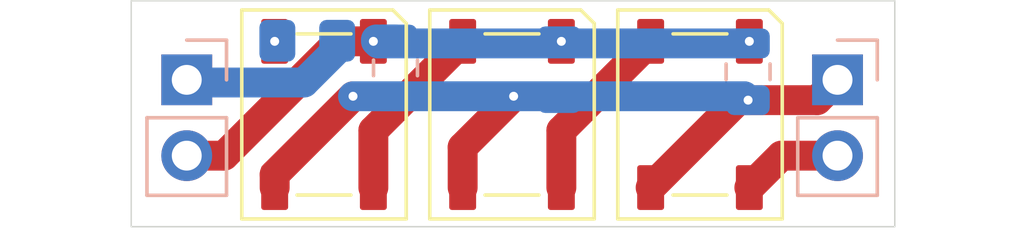
<source format=kicad_pcb>
(kicad_pcb (version 20240108) (generator "pcbnew") (generator_version "8.0")
  (layers (0 "F.Cu" signal) (31 "B.Cu" signal) (34 "B.Paste" user) (35 "F.Paste" user) (36 "B.SilkS" user "B.Silkscreen") (37 "F.SilkS" user "F.Silkscreen") (38 "B.Mask" user) (39 "F.Mask" user) (44 "Edge.Cuts" user))
  (net 0 "")
  (net 1 "GND")
  (net 2 "+3.3V")
  (net 3 "Net-(D1-DOUT)")
  (net 4 "Net-(D1-DIN)")
  (net 5 "Net-(D2-DOUT)")
  (net 6 "/DATA_OUT")
  (net 7 "/DATA_IN")
  (footprint "LED_SMD:LED_WS2812B_PLCC4_5.0x5.0mm_P3.2mm" (layer "F.Cu") (at 74.83 104.61 90)
    (property "Reference" "D1" (hide yes))
    (property "Value" "WS2812B")
    (fp_line (start -3.5 -2.75) (end 3.5 -2.75) (stroke (width 0.12)) (layer "F.SilkS"))
    (fp_line (start -3.5 -2.75) (end -3.5 2.75) (stroke (width 0.12)) (layer "F.SilkS"))
    (fp_line (start 2.7 0.9) (end 2.7 -0.9) (stroke (width 0.12)) (layer "F.SilkS"))
    (fp_line (start -2.7 0.9) (end -2.7 -0.9) (stroke (width 0.12)) (layer "F.SilkS"))
    (fp_line (start 3.5 2.3) (end 3.5 -2.75) (stroke (width 0.12)) (layer "F.SilkS"))
    (fp_line (start 3.05 2.75) (end 3.5 2.3) (stroke (width 0.12)) (layer "F.SilkS"))
    (fp_line (start -3.5 2.75) (end 3.05 2.75) (stroke (width 0.12)) (layer "F.SilkS"))
    (pad "1" smd roundrect (at -2.45 -1.65 90) (size 1.5 0.9) (layers "F.Cu" "F.Paste" "F.Mask") (roundrect_rratio 0.1) (net 2 "+3.3V"))
    (pad "2" smd roundrect (at -2.45 1.65 90) (size 1.5 0.9) (layers "F.Cu" "F.Paste" "F.Mask") (roundrect_rratio 0.1) (net 3 "Net-(D1-DOUT)"))
    (pad "3" smd roundrect (at 2.45 1.65 90) (size 1.5 0.9) (layers "F.Cu" "F.Paste" "F.Mask") (roundrect_rratio 0.1) (net 1 "GND"))
    (pad "4" smd roundrect (at 2.45 -1.65 90) (size 1.5 0.9) (layers "F.Cu" "F.Paste" "F.Mask") (roundrect_rratio 0.1) (net 4 "Net-(D1-DIN)"))
  )
  (footprint "LED_SMD:LED_WS2812B_PLCC4_5.0x5.0mm_P3.2mm" (layer "F.Cu") (at 81.115714 104.61 90)
    (property "Reference" "D2" (hide yes))
    (property "Value" "WS2812B")
    (fp_line (start -3.5 -2.75) (end 3.5 -2.75) (stroke (width 0.12)) (layer "F.SilkS"))
    (fp_line (start -3.5 -2.75) (end -3.5 2.75) (stroke (width 0.12)) (layer "F.SilkS"))
    (fp_line (start 2.7 0.9) (end 2.7 -0.9) (stroke (width 0.12)) (layer "F.SilkS"))
    (fp_line (start -2.7 0.9) (end -2.7 -0.9) (stroke (width 0.12)) (layer "F.SilkS"))
    (fp_line (start 3.5 2.3) (end 3.5 -2.75) (stroke (width 0.12)) (layer "F.SilkS"))
    (fp_line (start 3.05 2.75) (end 3.5 2.3) (stroke (width 0.12)) (layer "F.SilkS"))
    (fp_line (start -3.5 2.75) (end 3.05 2.75) (stroke (width 0.12)) (layer "F.SilkS"))
    (pad "1" smd roundrect (at -2.45 -1.65 90) (size 1.5 0.9) (layers "F.Cu" "F.Paste" "F.Mask") (roundrect_rratio 0.1) (net 2 "+3.3V"))
    (pad "2" smd roundrect (at -2.45 1.65 90) (size 1.5 0.9) (layers "F.Cu" "F.Paste" "F.Mask") (roundrect_rratio 0.1) (net 5 "Net-(D2-DOUT)"))
    (pad "3" smd roundrect (at 2.45 1.65 90) (size 1.5 0.9) (layers "F.Cu" "F.Paste" "F.Mask") (roundrect_rratio 0.1) (net 1 "GND"))
    (pad "4" smd roundrect (at 2.45 -1.65 90) (size 1.5 0.9) (layers "F.Cu" "F.Paste" "F.Mask") (roundrect_rratio 0.1) (net 3 "Net-(D1-DOUT)"))
  )
  (footprint "LED_SMD:LED_WS2812B_PLCC4_5.0x5.0mm_P3.2mm" (layer "F.Cu") (at 87.401428 104.61 90)
    (property "Reference" "D3" (hide yes))
    (property "Value" "WS2812B")
    (fp_line (start -3.5 -2.75) (end 3.5 -2.75) (stroke (width 0.12)) (layer "F.SilkS"))
    (fp_line (start -3.5 -2.75) (end -3.5 2.75) (stroke (width 0.12)) (layer "F.SilkS"))
    (fp_line (start 2.7 0.9) (end 2.7 -0.9) (stroke (width 0.12)) (layer "F.SilkS"))
    (fp_line (start -2.7 0.9) (end -2.7 -0.9) (stroke (width 0.12)) (layer "F.SilkS"))
    (fp_line (start 3.5 2.3) (end 3.5 -2.75) (stroke (width 0.12)) (layer "F.SilkS"))
    (fp_line (start 3.05 2.75) (end 3.5 2.3) (stroke (width 0.12)) (layer "F.SilkS"))
    (fp_line (start -3.5 2.75) (end 3.05 2.75) (stroke (width 0.12)) (layer "F.SilkS"))
    (pad "1" smd roundrect (at -2.45 -1.65 90) (size 1.5 0.9) (layers "F.Cu" "F.Paste" "F.Mask") (roundrect_rratio 0.1) (net 2 "+3.3V"))
    (pad "2" smd roundrect (at -2.45 1.65 90) (size 1.5 0.9) (layers "F.Cu" "F.Paste" "F.Mask") (roundrect_rratio 0.1) (net 6 "/DATA_OUT"))
    (pad "3" smd roundrect (at 2.45 1.65 90) (size 1.5 0.9) (layers "F.Cu" "F.Paste" "F.Mask") (roundrect_rratio 0.1) (net 1 "GND"))
    (pad "4" smd roundrect (at 2.45 -1.65 90) (size 1.5 0.9) (layers "F.Cu" "F.Paste" "F.Mask") (roundrect_rratio 0.1) (net 5 "Net-(D2-DOUT)"))
  )
  (footprint "Capacitor_SMD:C_0805_2012Metric" (layer "B.Cu") (at 89.01 103.18 90)
    (property "Reference" "C3" (hide yes))
    (property "Value" "0.1uF")
    (fp_line (start 0.261252 -0.735) (end -0.261252 -0.735) (stroke (width 0.12)) (layer "B.SilkS"))
    (fp_line (start 0.261252 0.735) (end -0.261252 0.735) (stroke (width 0.12)) (layer "B.SilkS"))
    (pad "1" smd roundrect (at -0.95 0 90) (size 1 1.45) (layers "B.Cu" "B.Paste" "B.Mask") (net 2 "+3.3V"))
    (pad "2" smd roundrect (at 0.95 0 90) (size 1 1.45) (layers "B.Cu" "B.Paste" "B.Mask") (net 1 "GND"))
  )
  (footprint "Connector_PinHeader_2.54mm:PinHeader_1x02_P2.54mm_Vertical" (layer "B.Cu") (at 70.24 103.45 180)
    (property "Reference" "J1" (hide yes))
    (property "Value" "Conn_01x02_Pin")
    (fp_line (start 1.33 -1.27) (end -1.33 -1.27) (stroke (width 0.12)) (layer "B.SilkS"))
    (fp_line (start 1.33 -3.87) (end 1.33 -1.27) (stroke (width 0.12)) (layer "B.SilkS"))
    (fp_line (start 1.33 -3.87) (end -1.33 -3.87) (stroke (width 0.12)) (layer "B.SilkS"))
    (fp_line (start 0 1.33) (end -1.33 1.33) (stroke (width 0.12)) (layer "B.SilkS"))
    (fp_line (start -1.33 1.33) (end -1.33 0) (stroke (width 0.12)) (layer "B.SilkS"))
    (fp_line (start -1.33 -3.87) (end -1.33 -1.27) (stroke (width 0.12)) (layer "B.SilkS"))
    (pad "1" thru_hole rect (at 0 0 180) (size 1.7 1.7) (drill 1) (layers "*.Cu" "*.Mask") (net 7 "/DATA_IN"))
    (pad "2" thru_hole oval (at 0 -2.54 180) (size 1.7 1.7) (drill 1) (layers "*.Cu" "*.Mask") (net 1 "GND"))
  )
  (footprint "Capacitor_SMD:C_0805_2012Metric" (layer "B.Cu") (at 82.7 103.11 90)
    (property "Reference" "C2" (hide yes))
    (property "Value" "0.1uF" (hide yes))
    (pad "1" smd roundrect (at -0.95 0 90) (size 1 1.45) (layers "B.Cu" "B.Paste" "B.Mask") (net 2 "+3.3V"))
    (pad "2" smd roundrect (at 0.95 0 90) (size 1 1.45) (layers "B.Cu" "B.Paste" "B.Mask") (net 1 "GND"))
  )
  (footprint "Connector_PinHeader_2.54mm:PinHeader_1x02_P2.54mm_Vertical" (layer "B.Cu") (at 92 103.45 180)
    (property "Reference" "J3" (hide yes))
    (property "Value" "Conn_01x02_Pin")
    (fp_line (start 1.33 -1.27) (end -1.33 -1.27) (stroke (width 0.12)) (layer "B.SilkS"))
    (fp_line (start 1.33 -3.87) (end 1.33 -1.27) (stroke (width 0.12)) (layer "B.SilkS"))
    (fp_line (start 1.33 -3.87) (end -1.33 -3.87) (stroke (width 0.12)) (layer "B.SilkS"))
    (fp_line (start 0 1.33) (end -1.33 1.33) (stroke (width 0.12)) (layer "B.SilkS"))
    (fp_line (start -1.33 1.33) (end -1.33 0) (stroke (width 0.12)) (layer "B.SilkS"))
    (fp_line (start -1.33 -3.87) (end -1.33 -1.27) (stroke (width 0.12)) (layer "B.SilkS"))
    (pad "1" thru_hole rect (at 0 0 180) (size 1.7 1.7) (drill 1) (layers "*.Cu" "*.Mask") (net 2 "+3.3V"))
    (pad "2" thru_hole oval (at 0 -2.54 180) (size 1.7 1.7) (drill 1) (layers "*.Cu" "*.Mask") (net 6 "/DATA_OUT"))
  )
  (footprint "Resistor_SMD:R_0805_2012Metric_Pad1.20x1.40mm_HandSolder" (layer "B.Cu") (at 74.27 102.14 180)
    (property "Reference" "R1" (hide yes))
    (property "Value" "470Ω" (hide yes))
    (pad "1" smd roundrect (at -1 0 180) (size 1.2 1.4) (layers "B.Cu" "B.Paste" "B.Mask") (roundrect_rratio 0.208333) (net 7 "/DATA_IN"))
    (pad "2" smd roundrect (at 1 0 180) (size 1.2 1.4) (layers "B.Cu" "B.Paste" "B.Mask") (roundrect_rratio 0.208333) (net 4 "Net-(D1-DIN)"))
  )
  (footprint "Capacitor_SMD:C_0805_2012Metric" (layer "B.Cu") (at 77.22 103.05 90)
    (property "Reference" "C1" (hide yes))
    (property "Value" "0.1uF" (hide yes))
    (fp_line (start 0.261252 -0.735) (end -0.261252 -0.735) (stroke (width 0.12)) (layer "B.SilkS"))
    (fp_line (start 0.261252 0.735) (end -0.261252 0.735) (stroke (width 0.12)) (layer "B.SilkS"))
    (pad "1" smd roundrect (at -0.95 0 90) (size 1 1.45) (layers "B.Cu" "B.Paste" "B.Mask") (net 2 "+3.3V"))
    (pad "2" smd roundrect (at 0.95 0 90) (size 1 1.45) (layers "B.Cu" "B.Paste" "B.Mask") (net 1 "GND"))
  )
  (gr_rect (start 68.385 100.8) (end 93.915 108.37) (stroke (width 0.05)) (fill none) (layer "Edge.Cuts"))
  (segment (start 71.489722 105.99) (end 70.24 105.99) (width 1) (layer "F.Cu") (net 1))
  (segment (start 76.48 102.16) (end 75.319722 102.16) (width 1) (layer "F.Cu") (net 1))
  (segment (start 75.319722 102.16) (end 71.489722 105.99) (width 1) (layer "F.Cu") (net 1))
  (via (at 76.48 102.16) (size 0.6) (drill 0.3) (layers "F.Cu" "B.Cu") (net 1))
  (via (at 89.051428 102.16) (size 0.6) (drill 0.3) (layers "F.Cu" "B.Cu") (net 1))
  (via (at 82.765714 102.16) (size 0.6) (drill 0.3) (layers "F.Cu" "B.Cu") (net 1))
  (segment (start 76.64 102.23) (end 76.57 102.16) (width 1) (layer "B.Cu") (net 1))
  (segment (start 89.01 102.23) (end 76.64 102.23) (width 1) (layer "B.Cu") (net 1))
  (segment (start 77.22 102.1) (end 76.57 102.1) (width 1) (layer "B.Cu") (net 1))
  (segment (start 76.57 102.1) (end 76.57 102.16) (width 1) (layer "B.Cu") (net 1))
  (segment (start 92 103.45) (end 91.32 104.13) (width 1) (layer "F.Cu") (net 2))
  (segment (start 73.18 106.62) (end 73.18 107.06) (width 1) (layer "F.Cu") (net 2))
  (segment (start 81.17 104) (end 79.465714 105.704286) (width 1) (layer "F.Cu") (net 2))
  (segment (start 91.32 104.13) (end 89.01 104.13) (width 1) (layer "F.Cu") (net 2))
  (segment (start 89.01 104.13) (end 88.681428 104.13) (width 1) (layer "F.Cu") (net 2))
  (segment (start 75.8 104) (end 73.18 106.62) (width 1) (layer "F.Cu") (net 2))
  (segment (start 88.681428 104.13) (end 85.751428 107.06) (width 1) (layer "F.Cu") (net 2))
  (segment (start 79.465714 105.704286) (end 79.465714 107.06) (width 1) (layer "F.Cu") (net 2))
  (via (at 89.01 104.13) (size 0.6) (drill 0.3) (layers "F.Cu" "B.Cu") (net 2))
  (via (at 81.17 104) (size 0.6) (drill 0.3) (layers "F.Cu" "B.Cu") (net 2))
  (via (at 75.8 104) (size 0.6) (drill 0.3) (layers "F.Cu" "B.Cu") (net 2))
  (segment (start 88.88 104) (end 89.01 104.13) (width 1) (layer "B.Cu") (net 2))
  (segment (start 81.17 104) (end 88.88 104) (width 1) (layer "B.Cu") (net 2))
  (segment (start 77.22 104) (end 81.17 104) (width 1) (layer "B.Cu") (net 2))
  (segment (start 75.8 104) (end 77.22 104) (width 1) (layer "B.Cu") (net 2))
  (segment (start 76.48 107.06) (end 76.48 105.145714) (width 1) (layer "F.Cu") (net 3))
  (segment (start 76.48 105.145714) (end 79.465714 102.16) (width 1) (layer "F.Cu") (net 3))
  (via (at 73.18 102.16) (size 0.6) (drill 0.3) (layers "F.Cu" "B.Cu") (net 4))
  (segment (start 82.765714 107.06) (end 82.765714 105.145714) (width 1) (layer "F.Cu") (net 5))
  (segment (start 82.765714 105.145714) (end 85.751428 102.16) (width 1) (layer "F.Cu") (net 5))
  (segment (start 92 105.99) (end 90.121428 105.99) (width 1) (layer "F.Cu") (net 6))
  (segment (start 90.121428 105.99) (end 89.051428 107.06) (width 1) (layer "F.Cu") (net 6))
  (segment (start 70.33 103.54) (end 70.24 103.45) (width 1) (layer "B.Cu") (net 7))
  (segment (start 75.27 102.14) (end 75.27 102.43) (width 1) (layer "B.Cu") (net 7))
  (segment (start 75.27 102.43) (end 74.16 103.54) (width 1) (layer "B.Cu") (net 7))
  (segment (start 74.16 103.54) (end 70.33 103.54) (width 1) (layer "B.Cu") (net 7))
)
</source>
